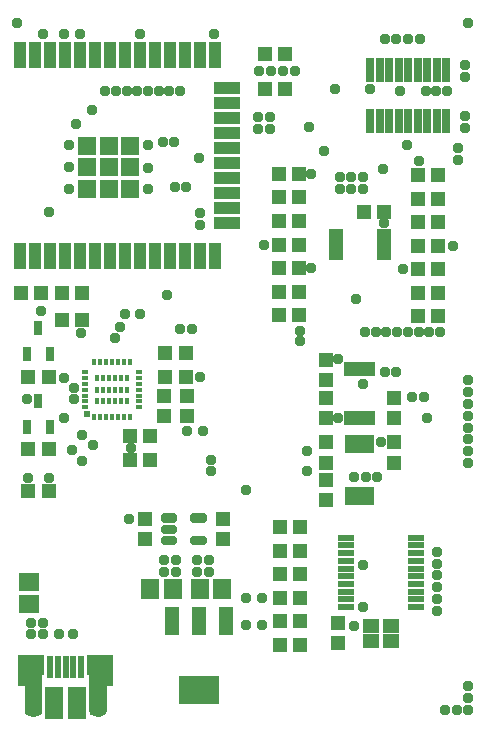
<source format=gbr>
G04 EAGLE Gerber RS-274X export*
G75*
%MOMM*%
%FSLAX34Y34*%
%LPD*%
%INSoldermask Top*%
%IPPOS*%
%AMOC8*
5,1,8,0,0,1.08239X$1,22.5*%
G01*
G04 Define Apertures*
%ADD10R,1.303200X1.203200*%
%ADD11R,1.203200X1.303200*%
%ADD12R,1.503200X1.703200*%
%ADD13R,1.703200X1.503200*%
%ADD14R,1.403200X0.553200*%
%ADD15R,0.653200X1.203200*%
%ADD16R,0.300000X0.600000*%
%ADD17R,0.600000X0.300000*%
%ADD18R,0.500000X0.500000*%
%ADD19R,1.203200X0.653200*%
%ADD20R,2.200000X1.660000*%
%ADD21R,0.603200X1.953200*%
%ADD22R,1.628200X2.703200*%
%ADD23C,1.411200*%
%ADD24R,0.753200X2.003200*%
%ADD25R,1.403200X1.203200*%
%ADD26R,0.803200X1.303200*%
%ADD27C,0.499716*%
%ADD28R,0.508000X1.625600*%
%ADD29R,1.103200X2.203200*%
%ADD30R,2.203200X1.103200*%
%ADD31R,1.533200X1.533200*%
%ADD32R,1.153200X2.353200*%
%ADD33R,3.453200X2.353200*%
%ADD34C,0.959600*%
G36*
X26374Y4076D02*
X27441Y4450D01*
X28399Y5052D01*
X29199Y5851D01*
X29800Y6809D01*
X30174Y7876D01*
X30300Y8997D01*
X30300Y38550D01*
X9950Y38550D01*
X9950Y29450D01*
X15200Y29450D01*
X15200Y8997D01*
X15326Y7876D01*
X15700Y6809D01*
X16302Y5851D01*
X17101Y5052D01*
X18059Y4450D01*
X19126Y4076D01*
X20247Y3950D01*
X25253Y3950D01*
X26374Y4076D01*
G37*
G36*
X80874Y4076D02*
X81941Y4450D01*
X82899Y5052D01*
X83699Y5851D01*
X84300Y6809D01*
X84674Y7876D01*
X84800Y8997D01*
X84800Y29450D01*
X90050Y29450D01*
X90050Y38550D01*
X69700Y38550D01*
X69700Y8997D01*
X69826Y7876D01*
X70200Y6809D01*
X70802Y5851D01*
X71601Y5052D01*
X72559Y4450D01*
X73626Y4076D01*
X74747Y3950D01*
X79753Y3950D01*
X80874Y4076D01*
G37*
D10*
X231500Y84000D03*
X248500Y84000D03*
D11*
X183000Y170500D03*
X183000Y153500D03*
D12*
X163500Y111000D03*
X182500Y111000D03*
D11*
X328000Y235500D03*
X328000Y218500D03*
X270000Y235500D03*
X270000Y218500D03*
X270000Y288500D03*
X270000Y305500D03*
D10*
X121500Y221000D03*
X104500Y221000D03*
X121500Y241000D03*
X104500Y241000D03*
X302500Y431000D03*
X319500Y431000D03*
X46500Y362000D03*
X63500Y362000D03*
X235500Y564000D03*
X218500Y564000D03*
X231500Y64000D03*
X248500Y64000D03*
X29500Y362000D03*
X12500Y362000D03*
D11*
X117000Y153500D03*
X117000Y170500D03*
D12*
X121500Y111000D03*
X140500Y111000D03*
D11*
X281000Y82500D03*
X281000Y65500D03*
D13*
X19000Y98500D03*
X19000Y117500D03*
D10*
X248500Y104000D03*
X231500Y104000D03*
X248500Y144000D03*
X231500Y144000D03*
X248500Y124000D03*
X231500Y124000D03*
D14*
X287200Y154750D03*
X287200Y148250D03*
X287200Y141750D03*
X287200Y135250D03*
X287200Y128750D03*
X287200Y122250D03*
X287200Y115750D03*
X287200Y109250D03*
X287200Y102750D03*
X287200Y96250D03*
X346600Y96250D03*
X346600Y102750D03*
X346600Y109250D03*
X346600Y115750D03*
X346600Y122250D03*
X346600Y128750D03*
X346600Y135250D03*
X346600Y141750D03*
X346600Y148250D03*
X346600Y154750D03*
D15*
X289250Y256500D03*
X295750Y256500D03*
X302250Y256500D03*
X308750Y256500D03*
X308750Y297500D03*
X302250Y297500D03*
X295750Y297500D03*
X289250Y297500D03*
D16*
X74400Y257200D03*
X79400Y257200D03*
X84400Y257200D03*
X89400Y257200D03*
X94400Y257200D03*
X99400Y257200D03*
X104400Y257200D03*
D17*
X112400Y265200D03*
X112400Y270200D03*
X112400Y275200D03*
X112400Y280200D03*
X112400Y285200D03*
X112400Y290200D03*
X112400Y295200D03*
D16*
X104400Y303200D03*
X99400Y303200D03*
X94400Y303200D03*
X89400Y303200D03*
X84400Y303200D03*
X79400Y303200D03*
X74400Y303200D03*
D17*
X66400Y295200D03*
X66400Y290200D03*
X66400Y285200D03*
X66400Y280200D03*
X66400Y275200D03*
X66400Y270200D03*
X66400Y265200D03*
D18*
X68375Y259175D03*
D16*
X76900Y270200D03*
X76900Y280200D03*
X76900Y290200D03*
X81900Y270200D03*
X81900Y280200D03*
X81900Y290200D03*
X86900Y270200D03*
X86900Y280200D03*
X86900Y290200D03*
X91900Y270200D03*
X91900Y280200D03*
X91900Y290200D03*
X96900Y270200D03*
X96900Y280200D03*
X96900Y290200D03*
X101900Y270200D03*
X101900Y280200D03*
X101900Y290200D03*
D19*
X278500Y412750D03*
X278500Y406250D03*
X278500Y399750D03*
X278500Y393250D03*
X319500Y393250D03*
X319500Y399750D03*
X319500Y406250D03*
X319500Y412750D03*
D20*
X21000Y47300D03*
X79000Y47300D03*
D21*
X37000Y45250D03*
X43500Y45250D03*
X50000Y45250D03*
X56500Y45250D03*
X63000Y45250D03*
D22*
X40375Y14500D03*
X59625Y14500D03*
D23*
X22750Y10960D02*
X22750Y23040D01*
X77250Y23040D02*
X77250Y10960D01*
D24*
X372000Y550500D03*
X372000Y507500D03*
X364000Y550500D03*
X364000Y507500D03*
X356000Y550500D03*
X356000Y507500D03*
X348000Y550500D03*
X348000Y507500D03*
X340000Y550500D03*
X340000Y507500D03*
X332000Y550500D03*
X332000Y507500D03*
X324000Y550500D03*
X324000Y507500D03*
X316000Y550500D03*
X316000Y507500D03*
X308000Y550500D03*
X308000Y507500D03*
D25*
X308500Y67500D03*
X325500Y67500D03*
X325500Y80500D03*
X308500Y80500D03*
D26*
X17500Y310000D03*
X36500Y310000D03*
X27000Y332000D03*
X17500Y248900D03*
X36500Y248900D03*
X27000Y270900D03*
D11*
X248500Y164000D03*
X231500Y164000D03*
X18500Y230000D03*
X35500Y230000D03*
X230500Y363000D03*
X247500Y363000D03*
X230500Y403000D03*
X247500Y403000D03*
X365500Y362000D03*
X348500Y362000D03*
X365500Y402000D03*
X348500Y402000D03*
X230500Y383000D03*
X247500Y383000D03*
X230500Y423000D03*
X247500Y423000D03*
X365500Y382000D03*
X348500Y382000D03*
X365500Y422000D03*
X348500Y422000D03*
X134500Y291000D03*
X151500Y291000D03*
D10*
X270000Y256500D03*
X270000Y273500D03*
D11*
X151500Y311000D03*
X134500Y311000D03*
X230500Y443000D03*
X247500Y443000D03*
X365500Y442000D03*
X348500Y442000D03*
X235500Y535000D03*
X218500Y535000D03*
D10*
X328000Y256500D03*
X328000Y273500D03*
X153000Y274500D03*
X153000Y257500D03*
X133000Y274500D03*
X133000Y257500D03*
X270000Y186500D03*
X270000Y203500D03*
D11*
X230500Y343000D03*
X247500Y343000D03*
X365600Y342800D03*
X348600Y342800D03*
X18500Y291000D03*
X35500Y291000D03*
D27*
X132882Y170032D02*
X142018Y170032D01*
X132882Y170032D02*
X132882Y172968D01*
X142018Y172968D01*
X142018Y170032D01*
X142018Y160532D02*
X132882Y160532D01*
X132882Y163468D01*
X142018Y163468D01*
X142018Y160532D01*
X142018Y151032D02*
X132882Y151032D01*
X132882Y153968D01*
X142018Y153968D01*
X142018Y151032D01*
X157982Y151032D02*
X167118Y151032D01*
X157982Y151032D02*
X157982Y153968D01*
X167118Y153968D01*
X167118Y151032D01*
X167118Y170032D02*
X157982Y170032D01*
X157982Y172968D01*
X167118Y172968D01*
X167118Y170032D01*
D28*
X308906Y233844D03*
X304080Y233844D03*
X299000Y233844D03*
X293920Y233844D03*
X289094Y233844D03*
X289094Y190156D03*
X293920Y190156D03*
X299000Y190156D03*
X304080Y190156D03*
X308906Y190156D03*
D29*
X11300Y393400D03*
X24000Y393400D03*
X36700Y393400D03*
X49400Y393400D03*
X62100Y393400D03*
X74800Y393400D03*
X87500Y393400D03*
X100200Y393400D03*
X112900Y393400D03*
X125600Y393400D03*
X138300Y393400D03*
X151000Y393400D03*
X163700Y393400D03*
X176400Y393400D03*
D30*
X186400Y421250D03*
X186400Y433950D03*
X186400Y446650D03*
X186400Y459350D03*
X186400Y472050D03*
X186400Y484750D03*
X186400Y497450D03*
X186400Y510150D03*
X186400Y522850D03*
X186400Y535550D03*
D29*
X176400Y563400D03*
X163700Y563400D03*
X151000Y563400D03*
X138300Y563400D03*
X125600Y563400D03*
X112900Y563400D03*
X100200Y563400D03*
X87500Y563400D03*
X74800Y563400D03*
X62100Y563400D03*
X49400Y563400D03*
X36700Y563400D03*
X24000Y563400D03*
X11300Y563400D03*
D31*
X67950Y450050D03*
X67950Y468400D03*
X67950Y486750D03*
X86300Y450050D03*
X86300Y468400D03*
X86300Y486750D03*
X104650Y450050D03*
X104650Y468400D03*
X104650Y486750D03*
D32*
X186000Y84000D03*
X163000Y84000D03*
X140000Y84000D03*
D33*
X163000Y26000D03*
D10*
X230500Y463000D03*
X247500Y463000D03*
X365500Y462000D03*
X348500Y462000D03*
D11*
X46500Y339000D03*
X63500Y339000D03*
X18500Y194000D03*
X35500Y194000D03*
D34*
X216000Y104000D03*
X203000Y104000D03*
X203000Y81000D03*
X216000Y81000D03*
X64000Y220000D03*
X55000Y229000D03*
X64000Y242000D03*
X73000Y233000D03*
X223000Y511000D03*
X223000Y501000D03*
X213000Y511000D03*
X213000Y501000D03*
X224000Y550000D03*
X234000Y550000D03*
X244000Y550000D03*
X214000Y550000D03*
X330000Y295000D03*
X320000Y295000D03*
X343000Y274000D03*
X353000Y274000D03*
X9000Y591000D03*
X391000Y591000D03*
X391000Y9000D03*
X391000Y19000D03*
X391000Y29000D03*
X381000Y9000D03*
X371000Y9000D03*
X391000Y288000D03*
X391000Y278000D03*
X391000Y268000D03*
X391000Y258000D03*
X391000Y248000D03*
X391000Y238000D03*
X391000Y228000D03*
X391000Y218000D03*
X53000Y487000D03*
X53000Y469000D03*
X53000Y450000D03*
X120000Y487000D03*
X120000Y468000D03*
X120000Y450000D03*
X282000Y460000D03*
X292000Y460000D03*
X302000Y460000D03*
X282000Y450000D03*
X292000Y450000D03*
X302000Y450000D03*
X302000Y132000D03*
X294000Y80000D03*
X161000Y136000D03*
X161000Y126000D03*
X171000Y136000D03*
X171000Y126000D03*
X105000Y231000D03*
X164000Y291000D03*
X163000Y476000D03*
X59000Y505000D03*
X72000Y517000D03*
X164000Y420000D03*
X203000Y195000D03*
X36000Y431000D03*
X136000Y360068D03*
X29068Y347000D03*
X36000Y205000D03*
X63000Y328000D03*
X364000Y143000D03*
X364000Y123000D03*
X113000Y581000D03*
X304000Y206000D03*
X173000Y211000D03*
X382068Y475000D03*
X254000Y211000D03*
X254000Y228000D03*
X364000Y103000D03*
X364000Y93000D03*
X364000Y133000D03*
X96000Y333000D03*
X302000Y96000D03*
X92068Y324000D03*
X31000Y83000D03*
X21000Y83000D03*
X31000Y73000D03*
X21000Y73000D03*
X104000Y171000D03*
X133000Y136000D03*
X143000Y136000D03*
X143000Y126000D03*
X133000Y126000D03*
X317000Y236000D03*
X153000Y245000D03*
X256000Y502694D03*
X319000Y467000D03*
X388000Y512000D03*
X388000Y502000D03*
X319746Y420948D03*
X280709Y306291D03*
X388068Y555000D03*
X388068Y545000D03*
X378000Y402000D03*
X269000Y482000D03*
X302000Y285000D03*
X248000Y321000D03*
X248000Y329932D03*
X218000Y403000D03*
X296000Y357068D03*
X364000Y113000D03*
X31000Y581000D03*
X382000Y485000D03*
X294000Y206000D03*
X173000Y221000D03*
X314000Y206000D03*
X100000Y344000D03*
X142000Y490000D03*
X132000Y490000D03*
X147000Y533000D03*
X137912Y533000D03*
X128824Y533000D03*
X119736Y533000D03*
X110648Y533000D03*
X101560Y533000D03*
X92472Y533000D03*
X83384Y533000D03*
X152000Y452000D03*
X157000Y331932D03*
X142912Y452000D03*
X147000Y331932D03*
X57000Y282000D03*
X49000Y581000D03*
X57000Y272000D03*
X62000Y581000D03*
X176000Y581000D03*
X16932Y272000D03*
X18000Y205000D03*
X166000Y245000D03*
X164000Y430000D03*
X373000Y533000D03*
X113000Y344068D03*
X320000Y577000D03*
X303316Y329000D03*
X330000Y577000D03*
X312404Y329000D03*
X333000Y533000D03*
X321492Y329000D03*
X340000Y577000D03*
X330580Y329000D03*
X339000Y487000D03*
X339668Y329000D03*
X348756Y329000D03*
X349932Y577000D03*
X49000Y290000D03*
X49000Y256000D03*
X44000Y73000D03*
X56468Y73000D03*
X278000Y535000D03*
X308000Y535000D03*
X258000Y463000D03*
X258000Y383000D03*
X335932Y382000D03*
X348884Y474000D03*
X281000Y256500D03*
X356000Y256000D03*
X357844Y329000D03*
X354824Y533000D03*
X366932Y329000D03*
X363912Y533000D03*
M02*

</source>
